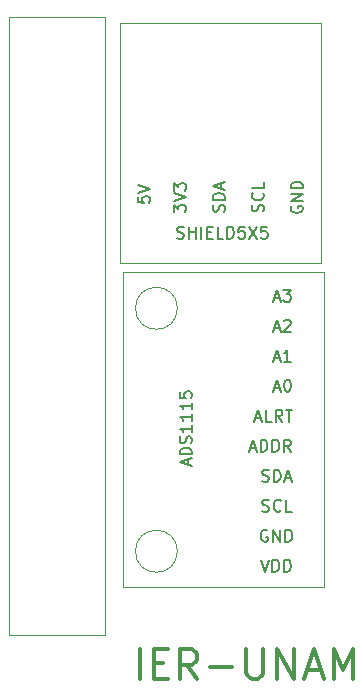
<source format=gbr>
%TF.GenerationSoftware,KiCad,Pcbnew,(5.1.9)-1*%
%TF.CreationDate,2021-07-27T17:11:52-05:00*%
%TF.ProjectId,THIS-Esquem_tico-KiCad,54484953-2d45-4737-9175-656de1746963,rev?*%
%TF.SameCoordinates,Original*%
%TF.FileFunction,Legend,Top*%
%TF.FilePolarity,Positive*%
%FSLAX46Y46*%
G04 Gerber Fmt 4.6, Leading zero omitted, Abs format (unit mm)*
G04 Created by KiCad (PCBNEW (5.1.9)-1) date 2021-07-27 17:11:52*
%MOMM*%
%LPD*%
G01*
G04 APERTURE LIST*
%ADD10C,0.300000*%
%ADD11C,0.120000*%
%ADD12C,0.150000*%
G04 APERTURE END LIST*
D10*
X139542380Y-104000952D02*
X139542380Y-101500952D01*
X140732857Y-102691428D02*
X141566190Y-102691428D01*
X141923333Y-104000952D02*
X140732857Y-104000952D01*
X140732857Y-101500952D01*
X141923333Y-101500952D01*
X144423333Y-104000952D02*
X143590000Y-102810476D01*
X142994761Y-104000952D02*
X142994761Y-101500952D01*
X143947142Y-101500952D01*
X144185238Y-101620000D01*
X144304285Y-101739047D01*
X144423333Y-101977142D01*
X144423333Y-102334285D01*
X144304285Y-102572380D01*
X144185238Y-102691428D01*
X143947142Y-102810476D01*
X142994761Y-102810476D01*
X145494761Y-103048571D02*
X147399523Y-103048571D01*
X148590000Y-101500952D02*
X148590000Y-103524761D01*
X148709047Y-103762857D01*
X148828095Y-103881904D01*
X149066190Y-104000952D01*
X149542380Y-104000952D01*
X149780476Y-103881904D01*
X149899523Y-103762857D01*
X150018571Y-103524761D01*
X150018571Y-101500952D01*
X151209047Y-104000952D02*
X151209047Y-101500952D01*
X152637619Y-104000952D01*
X152637619Y-101500952D01*
X153709047Y-103286666D02*
X154899523Y-103286666D01*
X153470952Y-104000952D02*
X154304285Y-101500952D01*
X155137619Y-104000952D01*
X155970952Y-104000952D02*
X155970952Y-101500952D01*
X156804285Y-103286666D01*
X157637619Y-101500952D01*
X157637619Y-104000952D01*
D11*
%TO.C,SHIELD-RASP3*%
X128524000Y-100330000D02*
X128524000Y-48006000D01*
X136652000Y-100330000D02*
X128524000Y-100330000D01*
X136652000Y-48006000D02*
X136652000Y-100330000D01*
X128524000Y-48006000D02*
X136652000Y-48006000D01*
%TO.C,ADS1115*%
X142748000Y-93218000D02*
G75*
G03*
X142748000Y-93218000I-1778000J0D01*
G01*
X142748000Y-72644000D02*
G75*
G03*
X142748000Y-72644000I-1778000J0D01*
G01*
X138176000Y-69596000D02*
X155194000Y-69596000D01*
X138176000Y-96266000D02*
X138176000Y-69596000D01*
X138176000Y-96266000D02*
X155194000Y-96266000D01*
X155194000Y-69596000D02*
X155194000Y-96266000D01*
%TO.C,SHIELD5X5*%
X154940000Y-48514000D02*
X137922000Y-48514000D01*
X137922000Y-48514000D02*
X137922000Y-68834000D01*
X137922000Y-68834000D02*
X154940000Y-68834000D01*
X154940000Y-68834000D02*
X154940000Y-48514000D01*
%TO.C,ADS1115*%
D12*
X143676666Y-85923047D02*
X143676666Y-85446857D01*
X143962380Y-86018285D02*
X142962380Y-85684952D01*
X143962380Y-85351619D01*
X143962380Y-85018285D02*
X142962380Y-85018285D01*
X142962380Y-84780190D01*
X143010000Y-84637333D01*
X143105238Y-84542095D01*
X143200476Y-84494476D01*
X143390952Y-84446857D01*
X143533809Y-84446857D01*
X143724285Y-84494476D01*
X143819523Y-84542095D01*
X143914761Y-84637333D01*
X143962380Y-84780190D01*
X143962380Y-85018285D01*
X143914761Y-84065904D02*
X143962380Y-83923047D01*
X143962380Y-83684952D01*
X143914761Y-83589714D01*
X143867142Y-83542095D01*
X143771904Y-83494476D01*
X143676666Y-83494476D01*
X143581428Y-83542095D01*
X143533809Y-83589714D01*
X143486190Y-83684952D01*
X143438571Y-83875428D01*
X143390952Y-83970666D01*
X143343333Y-84018285D01*
X143248095Y-84065904D01*
X143152857Y-84065904D01*
X143057619Y-84018285D01*
X143010000Y-83970666D01*
X142962380Y-83875428D01*
X142962380Y-83637333D01*
X143010000Y-83494476D01*
X143962380Y-82542095D02*
X143962380Y-83113523D01*
X143962380Y-82827809D02*
X142962380Y-82827809D01*
X143105238Y-82923047D01*
X143200476Y-83018285D01*
X143248095Y-83113523D01*
X143962380Y-81589714D02*
X143962380Y-82161142D01*
X143962380Y-81875428D02*
X142962380Y-81875428D01*
X143105238Y-81970666D01*
X143200476Y-82065904D01*
X143248095Y-82161142D01*
X143962380Y-80637333D02*
X143962380Y-81208761D01*
X143962380Y-80923047D02*
X142962380Y-80923047D01*
X143105238Y-81018285D01*
X143200476Y-81113523D01*
X143248095Y-81208761D01*
X142962380Y-79732571D02*
X142962380Y-80208761D01*
X143438571Y-80256380D01*
X143390952Y-80208761D01*
X143343333Y-80113523D01*
X143343333Y-79875428D01*
X143390952Y-79780190D01*
X143438571Y-79732571D01*
X143533809Y-79684952D01*
X143771904Y-79684952D01*
X143867142Y-79732571D01*
X143914761Y-79780190D01*
X143962380Y-79875428D01*
X143962380Y-80113523D01*
X143914761Y-80208761D01*
X143867142Y-80256380D01*
X150923714Y-71794666D02*
X151399904Y-71794666D01*
X150828476Y-72080380D02*
X151161809Y-71080380D01*
X151495142Y-72080380D01*
X151733238Y-71080380D02*
X152352285Y-71080380D01*
X152018952Y-71461333D01*
X152161809Y-71461333D01*
X152257047Y-71508952D01*
X152304666Y-71556571D01*
X152352285Y-71651809D01*
X152352285Y-71889904D01*
X152304666Y-71985142D01*
X152257047Y-72032761D01*
X152161809Y-72080380D01*
X151876095Y-72080380D01*
X151780857Y-72032761D01*
X151733238Y-71985142D01*
X150923714Y-74334666D02*
X151399904Y-74334666D01*
X150828476Y-74620380D02*
X151161809Y-73620380D01*
X151495142Y-74620380D01*
X151780857Y-73715619D02*
X151828476Y-73668000D01*
X151923714Y-73620380D01*
X152161809Y-73620380D01*
X152257047Y-73668000D01*
X152304666Y-73715619D01*
X152352285Y-73810857D01*
X152352285Y-73906095D01*
X152304666Y-74048952D01*
X151733238Y-74620380D01*
X152352285Y-74620380D01*
X150923714Y-76874666D02*
X151399904Y-76874666D01*
X150828476Y-77160380D02*
X151161809Y-76160380D01*
X151495142Y-77160380D01*
X152352285Y-77160380D02*
X151780857Y-77160380D01*
X152066571Y-77160380D02*
X152066571Y-76160380D01*
X151971333Y-76303238D01*
X151876095Y-76398476D01*
X151780857Y-76446095D01*
X150923714Y-79414666D02*
X151399904Y-79414666D01*
X150828476Y-79700380D02*
X151161809Y-78700380D01*
X151495142Y-79700380D01*
X152018952Y-78700380D02*
X152114190Y-78700380D01*
X152209428Y-78748000D01*
X152257047Y-78795619D01*
X152304666Y-78890857D01*
X152352285Y-79081333D01*
X152352285Y-79319428D01*
X152304666Y-79509904D01*
X152257047Y-79605142D01*
X152209428Y-79652761D01*
X152114190Y-79700380D01*
X152018952Y-79700380D01*
X151923714Y-79652761D01*
X151876095Y-79605142D01*
X151828476Y-79509904D01*
X151780857Y-79319428D01*
X151780857Y-79081333D01*
X151828476Y-78890857D01*
X151876095Y-78795619D01*
X151923714Y-78748000D01*
X152018952Y-78700380D01*
X149352190Y-81954666D02*
X149828380Y-81954666D01*
X149256952Y-82240380D02*
X149590285Y-81240380D01*
X149923619Y-82240380D01*
X150733142Y-82240380D02*
X150256952Y-82240380D01*
X150256952Y-81240380D01*
X151637904Y-82240380D02*
X151304571Y-81764190D01*
X151066476Y-82240380D02*
X151066476Y-81240380D01*
X151447428Y-81240380D01*
X151542666Y-81288000D01*
X151590285Y-81335619D01*
X151637904Y-81430857D01*
X151637904Y-81573714D01*
X151590285Y-81668952D01*
X151542666Y-81716571D01*
X151447428Y-81764190D01*
X151066476Y-81764190D01*
X151923619Y-81240380D02*
X152495047Y-81240380D01*
X152209333Y-82240380D02*
X152209333Y-81240380D01*
X148883904Y-84494666D02*
X149360095Y-84494666D01*
X148788666Y-84780380D02*
X149122000Y-83780380D01*
X149455333Y-84780380D01*
X149788666Y-84780380D02*
X149788666Y-83780380D01*
X150026761Y-83780380D01*
X150169619Y-83828000D01*
X150264857Y-83923238D01*
X150312476Y-84018476D01*
X150360095Y-84208952D01*
X150360095Y-84351809D01*
X150312476Y-84542285D01*
X150264857Y-84637523D01*
X150169619Y-84732761D01*
X150026761Y-84780380D01*
X149788666Y-84780380D01*
X150788666Y-84780380D02*
X150788666Y-83780380D01*
X151026761Y-83780380D01*
X151169619Y-83828000D01*
X151264857Y-83923238D01*
X151312476Y-84018476D01*
X151360095Y-84208952D01*
X151360095Y-84351809D01*
X151312476Y-84542285D01*
X151264857Y-84637523D01*
X151169619Y-84732761D01*
X151026761Y-84780380D01*
X150788666Y-84780380D01*
X152360095Y-84780380D02*
X152026761Y-84304190D01*
X151788666Y-84780380D02*
X151788666Y-83780380D01*
X152169619Y-83780380D01*
X152264857Y-83828000D01*
X152312476Y-83875619D01*
X152360095Y-83970857D01*
X152360095Y-84113714D01*
X152312476Y-84208952D01*
X152264857Y-84256571D01*
X152169619Y-84304190D01*
X151788666Y-84304190D01*
X149915714Y-87272761D02*
X150058571Y-87320380D01*
X150296666Y-87320380D01*
X150391904Y-87272761D01*
X150439523Y-87225142D01*
X150487142Y-87129904D01*
X150487142Y-87034666D01*
X150439523Y-86939428D01*
X150391904Y-86891809D01*
X150296666Y-86844190D01*
X150106190Y-86796571D01*
X150010952Y-86748952D01*
X149963333Y-86701333D01*
X149915714Y-86606095D01*
X149915714Y-86510857D01*
X149963333Y-86415619D01*
X150010952Y-86368000D01*
X150106190Y-86320380D01*
X150344285Y-86320380D01*
X150487142Y-86368000D01*
X150915714Y-87320380D02*
X150915714Y-86320380D01*
X151153809Y-86320380D01*
X151296666Y-86368000D01*
X151391904Y-86463238D01*
X151439523Y-86558476D01*
X151487142Y-86748952D01*
X151487142Y-86891809D01*
X151439523Y-87082285D01*
X151391904Y-87177523D01*
X151296666Y-87272761D01*
X151153809Y-87320380D01*
X150915714Y-87320380D01*
X151868095Y-87034666D02*
X152344285Y-87034666D01*
X151772857Y-87320380D02*
X152106190Y-86320380D01*
X152439523Y-87320380D01*
X149939523Y-89812761D02*
X150082380Y-89860380D01*
X150320476Y-89860380D01*
X150415714Y-89812761D01*
X150463333Y-89765142D01*
X150510952Y-89669904D01*
X150510952Y-89574666D01*
X150463333Y-89479428D01*
X150415714Y-89431809D01*
X150320476Y-89384190D01*
X150130000Y-89336571D01*
X150034761Y-89288952D01*
X149987142Y-89241333D01*
X149939523Y-89146095D01*
X149939523Y-89050857D01*
X149987142Y-88955619D01*
X150034761Y-88908000D01*
X150130000Y-88860380D01*
X150368095Y-88860380D01*
X150510952Y-88908000D01*
X151510952Y-89765142D02*
X151463333Y-89812761D01*
X151320476Y-89860380D01*
X151225238Y-89860380D01*
X151082380Y-89812761D01*
X150987142Y-89717523D01*
X150939523Y-89622285D01*
X150891904Y-89431809D01*
X150891904Y-89288952D01*
X150939523Y-89098476D01*
X150987142Y-89003238D01*
X151082380Y-88908000D01*
X151225238Y-88860380D01*
X151320476Y-88860380D01*
X151463333Y-88908000D01*
X151510952Y-88955619D01*
X152415714Y-89860380D02*
X151939523Y-89860380D01*
X151939523Y-88860380D01*
X150368095Y-91448000D02*
X150272857Y-91400380D01*
X150130000Y-91400380D01*
X149987142Y-91448000D01*
X149891904Y-91543238D01*
X149844285Y-91638476D01*
X149796666Y-91828952D01*
X149796666Y-91971809D01*
X149844285Y-92162285D01*
X149891904Y-92257523D01*
X149987142Y-92352761D01*
X150130000Y-92400380D01*
X150225238Y-92400380D01*
X150368095Y-92352761D01*
X150415714Y-92305142D01*
X150415714Y-91971809D01*
X150225238Y-91971809D01*
X150844285Y-92400380D02*
X150844285Y-91400380D01*
X151415714Y-92400380D01*
X151415714Y-91400380D01*
X151891904Y-92400380D02*
X151891904Y-91400380D01*
X152130000Y-91400380D01*
X152272857Y-91448000D01*
X152368095Y-91543238D01*
X152415714Y-91638476D01*
X152463333Y-91828952D01*
X152463333Y-91971809D01*
X152415714Y-92162285D01*
X152368095Y-92257523D01*
X152272857Y-92352761D01*
X152130000Y-92400380D01*
X151891904Y-92400380D01*
X149796666Y-93940380D02*
X150130000Y-94940380D01*
X150463333Y-93940380D01*
X150796666Y-94940380D02*
X150796666Y-93940380D01*
X151034761Y-93940380D01*
X151177619Y-93988000D01*
X151272857Y-94083238D01*
X151320476Y-94178476D01*
X151368095Y-94368952D01*
X151368095Y-94511809D01*
X151320476Y-94702285D01*
X151272857Y-94797523D01*
X151177619Y-94892761D01*
X151034761Y-94940380D01*
X150796666Y-94940380D01*
X151796666Y-94940380D02*
X151796666Y-93940380D01*
X152034761Y-93940380D01*
X152177619Y-93988000D01*
X152272857Y-94083238D01*
X152320476Y-94178476D01*
X152368095Y-94368952D01*
X152368095Y-94511809D01*
X152320476Y-94702285D01*
X152272857Y-94797523D01*
X152177619Y-94892761D01*
X152034761Y-94940380D01*
X151796666Y-94940380D01*
%TO.C,SHIELD5X5*%
X142724666Y-66698761D02*
X142867523Y-66746380D01*
X143105619Y-66746380D01*
X143200857Y-66698761D01*
X143248476Y-66651142D01*
X143296095Y-66555904D01*
X143296095Y-66460666D01*
X143248476Y-66365428D01*
X143200857Y-66317809D01*
X143105619Y-66270190D01*
X142915142Y-66222571D01*
X142819904Y-66174952D01*
X142772285Y-66127333D01*
X142724666Y-66032095D01*
X142724666Y-65936857D01*
X142772285Y-65841619D01*
X142819904Y-65794000D01*
X142915142Y-65746380D01*
X143153238Y-65746380D01*
X143296095Y-65794000D01*
X143724666Y-66746380D02*
X143724666Y-65746380D01*
X143724666Y-66222571D02*
X144296095Y-66222571D01*
X144296095Y-66746380D02*
X144296095Y-65746380D01*
X144772285Y-66746380D02*
X144772285Y-65746380D01*
X145248476Y-66222571D02*
X145581809Y-66222571D01*
X145724666Y-66746380D02*
X145248476Y-66746380D01*
X145248476Y-65746380D01*
X145724666Y-65746380D01*
X146629428Y-66746380D02*
X146153238Y-66746380D01*
X146153238Y-65746380D01*
X146962761Y-66746380D02*
X146962761Y-65746380D01*
X147200857Y-65746380D01*
X147343714Y-65794000D01*
X147438952Y-65889238D01*
X147486571Y-65984476D01*
X147534190Y-66174952D01*
X147534190Y-66317809D01*
X147486571Y-66508285D01*
X147438952Y-66603523D01*
X147343714Y-66698761D01*
X147200857Y-66746380D01*
X146962761Y-66746380D01*
X148438952Y-65746380D02*
X147962761Y-65746380D01*
X147915142Y-66222571D01*
X147962761Y-66174952D01*
X148058000Y-66127333D01*
X148296095Y-66127333D01*
X148391333Y-66174952D01*
X148438952Y-66222571D01*
X148486571Y-66317809D01*
X148486571Y-66555904D01*
X148438952Y-66651142D01*
X148391333Y-66698761D01*
X148296095Y-66746380D01*
X148058000Y-66746380D01*
X147962761Y-66698761D01*
X147915142Y-66651142D01*
X148819904Y-65746380D02*
X149486571Y-66746380D01*
X149486571Y-65746380D02*
X148819904Y-66746380D01*
X150343714Y-65746380D02*
X149867523Y-65746380D01*
X149819904Y-66222571D01*
X149867523Y-66174952D01*
X149962761Y-66127333D01*
X150200857Y-66127333D01*
X150296095Y-66174952D01*
X150343714Y-66222571D01*
X150391333Y-66317809D01*
X150391333Y-66555904D01*
X150343714Y-66651142D01*
X150296095Y-66698761D01*
X150200857Y-66746380D01*
X149962761Y-66746380D01*
X149867523Y-66698761D01*
X149819904Y-66651142D01*
X139406380Y-63182476D02*
X139406380Y-63658666D01*
X139882571Y-63706285D01*
X139834952Y-63658666D01*
X139787333Y-63563428D01*
X139787333Y-63325333D01*
X139834952Y-63230095D01*
X139882571Y-63182476D01*
X139977809Y-63134857D01*
X140215904Y-63134857D01*
X140311142Y-63182476D01*
X140358761Y-63230095D01*
X140406380Y-63325333D01*
X140406380Y-63563428D01*
X140358761Y-63658666D01*
X140311142Y-63706285D01*
X139406380Y-62849142D02*
X140406380Y-62515809D01*
X139406380Y-62182476D01*
X142454380Y-64484095D02*
X142454380Y-63865047D01*
X142835333Y-64198380D01*
X142835333Y-64055523D01*
X142882952Y-63960285D01*
X142930571Y-63912666D01*
X143025809Y-63865047D01*
X143263904Y-63865047D01*
X143359142Y-63912666D01*
X143406761Y-63960285D01*
X143454380Y-64055523D01*
X143454380Y-64341238D01*
X143406761Y-64436476D01*
X143359142Y-64484095D01*
X142454380Y-63579333D02*
X143454380Y-63246000D01*
X142454380Y-62912666D01*
X142454380Y-62674571D02*
X142454380Y-62055523D01*
X142835333Y-62388857D01*
X142835333Y-62246000D01*
X142882952Y-62150761D01*
X142930571Y-62103142D01*
X143025809Y-62055523D01*
X143263904Y-62055523D01*
X143359142Y-62103142D01*
X143406761Y-62150761D01*
X143454380Y-62246000D01*
X143454380Y-62531714D01*
X143406761Y-62626952D01*
X143359142Y-62674571D01*
X150010761Y-64436476D02*
X150058380Y-64293619D01*
X150058380Y-64055523D01*
X150010761Y-63960285D01*
X149963142Y-63912666D01*
X149867904Y-63865047D01*
X149772666Y-63865047D01*
X149677428Y-63912666D01*
X149629809Y-63960285D01*
X149582190Y-64055523D01*
X149534571Y-64246000D01*
X149486952Y-64341238D01*
X149439333Y-64388857D01*
X149344095Y-64436476D01*
X149248857Y-64436476D01*
X149153619Y-64388857D01*
X149106000Y-64341238D01*
X149058380Y-64246000D01*
X149058380Y-64007904D01*
X149106000Y-63865047D01*
X149963142Y-62865047D02*
X150010761Y-62912666D01*
X150058380Y-63055523D01*
X150058380Y-63150761D01*
X150010761Y-63293619D01*
X149915523Y-63388857D01*
X149820285Y-63436476D01*
X149629809Y-63484095D01*
X149486952Y-63484095D01*
X149296476Y-63436476D01*
X149201238Y-63388857D01*
X149106000Y-63293619D01*
X149058380Y-63150761D01*
X149058380Y-63055523D01*
X149106000Y-62912666D01*
X149153619Y-62865047D01*
X150058380Y-61960285D02*
X150058380Y-62436476D01*
X149058380Y-62436476D01*
X152408000Y-64007904D02*
X152360380Y-64103142D01*
X152360380Y-64246000D01*
X152408000Y-64388857D01*
X152503238Y-64484095D01*
X152598476Y-64531714D01*
X152788952Y-64579333D01*
X152931809Y-64579333D01*
X153122285Y-64531714D01*
X153217523Y-64484095D01*
X153312761Y-64388857D01*
X153360380Y-64246000D01*
X153360380Y-64150761D01*
X153312761Y-64007904D01*
X153265142Y-63960285D01*
X152931809Y-63960285D01*
X152931809Y-64150761D01*
X153360380Y-63531714D02*
X152360380Y-63531714D01*
X153360380Y-62960285D01*
X152360380Y-62960285D01*
X153360380Y-62484095D02*
X152360380Y-62484095D01*
X152360380Y-62246000D01*
X152408000Y-62103142D01*
X152503238Y-62007904D01*
X152598476Y-61960285D01*
X152788952Y-61912666D01*
X152931809Y-61912666D01*
X153122285Y-61960285D01*
X153217523Y-62007904D01*
X153312761Y-62103142D01*
X153360380Y-62246000D01*
X153360380Y-62484095D01*
X146708761Y-64460285D02*
X146756380Y-64317428D01*
X146756380Y-64079333D01*
X146708761Y-63984095D01*
X146661142Y-63936476D01*
X146565904Y-63888857D01*
X146470666Y-63888857D01*
X146375428Y-63936476D01*
X146327809Y-63984095D01*
X146280190Y-64079333D01*
X146232571Y-64269809D01*
X146184952Y-64365047D01*
X146137333Y-64412666D01*
X146042095Y-64460285D01*
X145946857Y-64460285D01*
X145851619Y-64412666D01*
X145804000Y-64365047D01*
X145756380Y-64269809D01*
X145756380Y-64031714D01*
X145804000Y-63888857D01*
X146756380Y-63460285D02*
X145756380Y-63460285D01*
X145756380Y-63222190D01*
X145804000Y-63079333D01*
X145899238Y-62984095D01*
X145994476Y-62936476D01*
X146184952Y-62888857D01*
X146327809Y-62888857D01*
X146518285Y-62936476D01*
X146613523Y-62984095D01*
X146708761Y-63079333D01*
X146756380Y-63222190D01*
X146756380Y-63460285D01*
X146470666Y-62507904D02*
X146470666Y-62031714D01*
X146756380Y-62603142D02*
X145756380Y-62269809D01*
X146756380Y-61936476D01*
%TD*%
M02*

</source>
